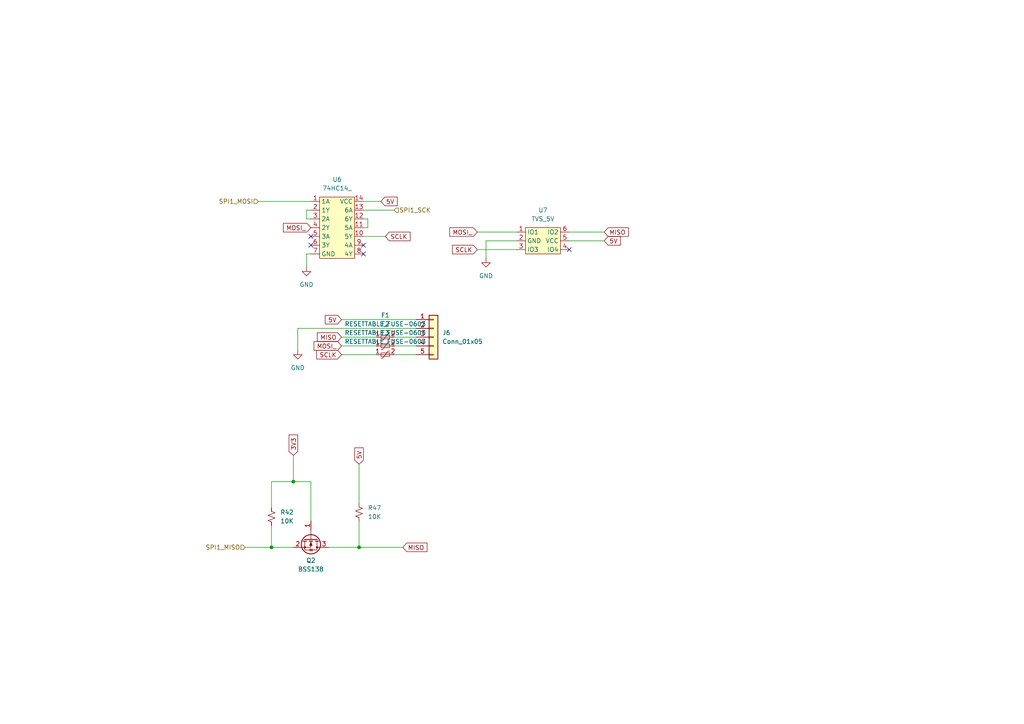
<source format=kicad_sch>
(kicad_sch (version 20250114) (generator "eeschema") (generator_version "9.0")
  (paper "A4")
  (lib_symbols
    (symbol "Connector_Generic:Conn_01x05" (pin_names (offset 1.016) (hide yes))
      (property "Reference" "J" (at 0 7.62 0))
      (property "Value" "Conn_01x05" (at 0 -7.62 0))
      (symbol "Conn_01x05_1_1"
        (rectangle (start -1.27 6.35) (end 1.27 -6.35) (stroke (width 0.254)) (fill (type background)))
        (rectangle (start -1.27 5.207) (end 0 4.953) (stroke (width 0.1524)))
        (rectangle (start -1.27 2.667) (end 0 2.413) (stroke (width 0.1524)))
        (rectangle (start -1.27 0.127) (end 0 -0.127) (stroke (width 0.1524)))
        (rectangle (start -1.27 -2.413) (end 0 -2.667) (stroke (width 0.1524)))
        (rectangle (start -1.27 -4.953) (end 0 -5.207) (stroke (width 0.1524)))
        (pin passive line (at -5.08 5.08 0) (length 3.81) (name "Pin_1") (number "1"))
        (pin passive line (at -5.08 2.54 0) (length 3.81) (name "Pin_2") (number "2"))
        (pin passive line (at -5.08 0 0) (length 3.81) (name "Pin_3") (number "3"))
        (pin passive line (at -5.08 -2.54 0) (length 3.81) (name "Pin_4") (number "4"))
        (pin passive line (at -5.08 -5.08 0) (length 3.81) (name "Pin_5") (number "5"))
      )
    )
    (symbol "Device:R_Small_US" (pin_numbers (hide yes)) (pin_names (offset 0.254) (hide yes))
      (property "Reference" "R" (at 0.762 0.508 0))
      (property "Value" "R_Small_US" (at 0.762 -1.016 0))
      (symbol "R_Small_US_1_1"
        (polyline (pts (xy 0 1.524) (xy 1.016 1.143) (xy 0 0.762) (xy -1.016 0.381) (xy 0 0)))
        (polyline (pts (xy 0 0) (xy 1.016 -0.381) (xy 0 -0.762) (xy -1.016 -1.143) (xy 0 -1.524)))
        (pin passive line (at 0 2.54 270) (length 1.016) (name "~") (number "1"))
        (pin passive line (at 0 -2.54 90) (length 1.016) (name "~") (number "2"))
      )
    )
    (symbol "Transistor_FET:BSS138" (pin_names (offset 0) (hide yes))
      (property "Reference" "Q" (at 5.08 1.905 0))
      (property "Value" "BSS138" (at 5.08 0 0))
      (symbol "BSS138_0_1"
        (polyline (pts (xy 0.254 1.905) (xy 0.254 -1.905)) (stroke (width 0.254)))
        (polyline (pts (xy 0.254 0) (xy -2.54 0)))
        (polyline (pts (xy 0.762 2.286) (xy 0.762 1.27)) (stroke (width 0.254)))
        (polyline (pts (xy 0.762 0.508) (xy 0.762 -0.508)) (stroke (width 0.254)))
        (polyline (pts (xy 0.762 -1.27) (xy 0.762 -2.286)) (stroke (width 0.254)))
        (polyline (pts (xy 0.762 -1.778) (xy 3.302 -1.778) (xy 3.302 1.778) (xy 0.762 1.778)))
        (polyline (pts (xy 1.016 0) (xy 2.032 0.381) (xy 2.032 -0.381) (xy 1.016 0)) (fill (type outline)))
        (circle (center 1.651 0) (radius 2.794) (stroke (width 0.254)))
        (polyline (pts (xy 2.54 2.54) (xy 2.54 1.778)))
        (circle (center 2.54 1.778) (radius 0.254) (fill (type outline)))
        (circle (center 2.54 -1.778) (radius 0.254) (fill (type outline)))
        (polyline (pts (xy 2.54 -2.54) (xy 2.54 0) (xy 0.762 0)))
        (polyline (pts (xy 2.921 0.381) (xy 3.683 0.381)))
        (polyline (pts (xy 3.302 0.381) (xy 2.921 -0.254) (xy 3.683 -0.254) (xy 3.302 0.381)))
      )
      (symbol "BSS138_1_1"
        (pin input line (at -5.08 0 0) (length 2.54) (name "G") (number "1"))
        (pin passive line (at 2.54 5.08 270) (length 2.54) (name "D") (number "3"))
        (pin passive line (at 2.54 -5.08 90) (length 2.54) (name "S") (number "2"))
      )
    )
    (symbol "User_Libraries:74HC14_"
      (property "Reference" "U" (at 0 10.668 0))
      (property "Value" "74HC14_" (at -156.21 -72.39 0))
      (symbol "74HC14__1_1"
        (rectangle (start -5.08 8.89) (end 5.08 -8.89) (fill (type background)))
        (pin input line (at -7.62 7.62 0) (length 2.54) (name "1A") (number "1"))
        (pin input line (at -7.62 5.08 0) (length 2.54) (name "1Y") (number "2"))
        (pin input line (at -7.62 2.54 0) (length 2.54) (name "2A") (number "3"))
        (pin input line (at -7.62 0 0) (length 2.54) (name "2Y") (number "4"))
        (pin input line (at -7.62 -2.54 0) (length 2.54) (name "3A") (number "5"))
        (pin input line (at -7.62 -5.08 0) (length 2.54) (name "3Y") (number "6"))
        (pin input line (at -7.62 -7.62 0) (length 2.54) (name "GND") (number "7"))
        (pin input line (at 7.62 7.62 180) (length 2.54) (name "VCC") (number "14"))
        (pin input line (at 7.62 5.08 180) (length 2.54) (name "6A") (number "13"))
        (pin input line (at 7.62 2.54 180) (length 2.54) (name "6Y") (number "12"))
        (pin input line (at 7.62 0 180) (length 2.54) (name "5A") (number "11"))
        (pin input line (at 7.62 -2.54 180) (length 2.54) (name "5Y") (number "10"))
        (pin input line (at 7.62 -5.08 180) (length 2.54) (name "4A") (number "9"))
        (pin input line (at 7.62 -7.62 180) (length 2.54) (name "4Y") (number "8"))
      )
    )
    (symbol "User_Libraries:RESETTABLE_FUSE"
      (property "Reference" "F" (at 0 2.286 0))
      (property "Value" "RESETTABLE_FUSE-0603" (at 0.254 -2.286 0))
      (symbol "RESETTABLE_FUSE_0_1"
        (polyline (pts (xy -2.54 0) (xy 2.54 0)))
        (rectangle (start -1.27 -0.508) (end 1.27 0.508))
        (polyline (pts (xy -1.27 -1.016) (xy -0.762 -1.016) (xy 0.762 1.016) (xy 1.27 1.016)))
      )
      (symbol "RESETTABLE_FUSE_1_1"
        (pin passive line (at -2.54 0 0) (length 0.635) (name "~") (number "1"))
        (pin passive line (at 2.54 0 180) (length 0.635) (name "~") (number "2"))
      )
    )
    (symbol "User_Libraries:TVS_5V"
      (property "Reference" "U" (at -0.254 5.334 0))
      (property "Value" "TVS_5V" (at 0 -5.334 0))
      (symbol "TVS_5V_1_1"
        (rectangle (start -5.08 3.81) (end 5.08 -3.81) (fill (type background)))
        (pin input line (at -7.62 2.54 0) (length 2.54) (name "IO1") (number "1"))
        (pin input line (at -7.62 0 0) (length 2.54) (name "GND") (number "2"))
        (pin input line (at -7.62 -2.54 0) (length 2.54) (name "IO3") (number "3"))
        (pin input line (at 7.62 2.54 180) (length 2.54) (name "IO2") (number "6"))
        (pin input line (at 7.62 0 180) (length 2.54) (name "VCC") (number "5"))
        (pin input line (at 7.62 -2.54 180) (length 2.54) (name "IO4") (number "4"))
      )
    )
    (symbol "power:GND" (power) (pin_numbers (hide yes)) (pin_names (offset 0) (hide yes))
      (property "Value" "GND" (at 0 -3.81 0))
      (symbol "GND_0_1"
        (polyline (pts (xy 0 0) (xy 0 -1.27) (xy 1.27 -1.27) (xy 0 -2.54) (xy -1.27 -1.27) (xy 0 -1.27)))
      )
      (symbol "GND_1_1"
        (pin power_in line (at 0 0 270) (length 0) (name "~") (number "1"))
      )
    )
  )
  (junction (at 104.14 158.75))
  (junction (at 85.09 139.7))
  (junction (at 78.74 158.75))
  (no_connect (at 90.17 71.12))
  (no_connect (at 105.41 71.12))
  (no_connect (at 165.1 72.39))
  (no_connect (at 90.17 68.58))
  (no_connect (at 105.41 73.66))
  (wire (pts (xy 88.9 73.66) (xy 90.17 73.66)))
  (wire (pts (xy 99.06 102.87) (xy 109.22 102.87)))
  (wire (pts (xy 105.41 60.96) (xy 114.3 60.96)))
  (wire (pts (xy 165.1 67.31) (xy 175.26 67.31)))
  (wire (pts (xy 88.9 63.5) (xy 90.17 63.5)))
  (wire (pts (xy 90.17 139.7) (xy 85.09 139.7)))
  (wire (pts (xy 105.41 66.04) (xy 106.68 66.04)))
  (wire (pts (xy 86.36 95.25) (xy 120.65 95.25)))
  (wire (pts (xy 78.74 158.75) (xy 85.09 158.75)))
  (wire (pts (xy 165.1 69.85) (xy 175.26 69.85)))
  (wire (pts (xy 149.86 69.85) (xy 140.97 69.85)))
  (wire (pts (xy 114.3 97.79) (xy 120.65 97.79)))
  (wire (pts (xy 99.06 97.79) (xy 109.22 97.79)))
  (wire (pts (xy 74.93 58.42) (xy 90.17 58.42)))
  (wire (pts (xy 138.43 72.39) (xy 149.86 72.39)))
  (wire (pts (xy 86.36 95.25) (xy 86.36 101.6)))
  (wire (pts (xy 105.41 63.5) (xy 106.68 63.5)))
  (wire (pts (xy 85.09 139.7) (xy 78.74 139.7)))
  (wire (pts (xy 104.14 134.62) (xy 104.14 146.05)))
  (wire (pts (xy 99.06 92.71) (xy 120.65 92.71)))
  (wire (pts (xy 90.17 60.96) (xy 88.9 60.96)))
  (wire (pts (xy 104.14 158.75) (xy 116.84 158.75)))
  (wire (pts (xy 78.74 152.4) (xy 78.74 158.75)))
  (wire (pts (xy 114.3 102.87) (xy 120.65 102.87)))
  (wire (pts (xy 85.09 132.08) (xy 85.09 139.7)))
  (wire (pts (xy 114.3 100.33) (xy 120.65 100.33)))
  (wire (pts (xy 78.74 139.7) (xy 78.74 147.32)))
  (wire (pts (xy 88.9 77.47) (xy 88.9 73.66)))
  (wire (pts (xy 88.9 60.96) (xy 88.9 63.5)))
  (wire (pts (xy 138.43 67.31) (xy 149.86 67.31)))
  (wire (pts (xy 90.17 151.13) (xy 90.17 139.7)))
  (wire (pts (xy 104.14 151.13) (xy 104.14 158.75)))
  (wire (pts (xy 95.25 158.75) (xy 104.14 158.75)))
  (wire (pts (xy 140.97 69.85) (xy 140.97 74.93)))
  (wire (pts (xy 99.06 100.33) (xy 109.22 100.33)))
  (wire (pts (xy 71.12 158.75) (xy 78.74 158.75)))
  (wire (pts (xy 106.68 63.5) (xy 106.68 66.04)))
  (wire (pts (xy 105.41 58.42) (xy 110.49 58.42)))
  (wire (pts (xy 105.41 68.58) (xy 111.76 68.58)))
  (global_label "SCLK" (shape input) (at 99.06 102.87 180) (property "Intersheetrefs" "${INTERSHEET_REFS}" (effects (hide yes))))
  (global_label "MOSI_" (shape input) (at 99.06 100.33 180) (property "Intersheetrefs" "${INTERSHEET_REFS}" (effects (hide yes))))
  (global_label "MOSI_" (shape input) (at 138.43 67.31 180) (property "Intersheetrefs" "${INTERSHEET_REFS}" (effects (hide yes))))
  (global_label "5V" (shape input) (at 175.26 69.85 0) (property "Intersheetrefs" "${INTERSHEET_REFS}" (effects (hide yes))))
  (global_label "MOSI_" (shape input) (at 90.17 66.04 180) (property "Intersheetrefs" "${INTERSHEET_REFS}" (effects (hide yes))))
  (global_label "SCLK" (shape input) (at 111.76 68.58 0) (property "Intersheetrefs" "${INTERSHEET_REFS}" (effects (hide yes))))
  (global_label "MISO" (shape input) (at 99.06 97.79 180) (property "Intersheetrefs" "${INTERSHEET_REFS}" (effects (hide yes))))
  (global_label "5V" (shape input) (at 99.06 92.71 180) (property "Intersheetrefs" "${INTERSHEET_REFS}" (effects (hide yes))))
  (global_label "3V3" (shape input) (at 85.09 132.08 90) (property "Intersheetrefs" "${INTERSHEET_REFS}" (effects (hide yes))))
  (global_label "MISO" (shape input) (at 175.26 67.31 0) (property "Intersheetrefs" "${INTERSHEET_REFS}" (effects (hide yes))))
  (global_label "MISO" (shape input) (at 116.84 158.75 0) (property "Intersheetrefs" "${INTERSHEET_REFS}" (effects (hide yes))))
  (global_label "SCLK" (shape input) (at 138.43 72.39 180) (property "Intersheetrefs" "${INTERSHEET_REFS}" (effects (hide yes))))
  (global_label "5V" (shape input) (at 110.49 58.42 0) (property "Intersheetrefs" "${INTERSHEET_REFS}" (effects (hide yes))))
  (global_label "5V" (shape input) (at 104.14 134.62 90) (property "Intersheetrefs" "${INTERSHEET_REFS}" (effects (hide yes))))
  (hierarchical_label "SPI1_MISO" (shape input) (at 71.12 158.75 180))
  (hierarchical_label "SPI1_SCK" (shape input) (at 114.3 60.96 0))
  (hierarchical_label "SPI1_MOSI" (shape input) (at 74.93 58.42 180))
  (symbol (lib_id "power:GND") (at 88.9 77.47 0) (unit 1)
    (property "Reference" "#PWR015" (effects (hide yes)))
    (property "Value" "GND" (at 88.9 82.55 0))
    (property "Description" "Power symbol creates a global label with name \"GND\" , ground" (effects (hide yes)))
  )
  (symbol (lib_id "Device:R_Small_US") (at 78.74 149.86 180) (unit 1)
    (property "Reference" "R42" (at 81.28 148.5899 0) (effects (justify right)))
    (property "Value" "10K" (at 81.28 151.1299 0) (effects (justify right)))
    (property "Footprint" "Resistor_SMD:R_0805_2012Metric_Pad1.20x1.40mm_HandSolder" (effects (hide yes)))
    (property "Description" "Resistor, small US symbol" (effects (hide yes)))
  )
  (symbol (lib_id "power:GND") (at 140.97 74.93 0) (unit 1)
    (property "Reference" "#PWR016" (effects (hide yes)))
    (property "Value" "GND" (at 140.97 80.01 0))
    (property "Description" "Power symbol creates a global label with name \"GND\" , ground" (effects (hide yes)))
  )
  (symbol (lib_id "User_Libraries:74HC14_") (at 97.79 66.04 0) (unit 1)
    (property "Reference" "U6" (at 97.79 52.07 0))
    (property "Value" "74HC14_" (at 97.79 54.61 0))
    (property "Footprint" "My_Library:74HC14_" (effects (hide yes)))
  )
  (symbol (lib_id "User_Libraries:RESETTABLE_FUSE") (at 111.76 100.33 0) (unit 1)
    (property "Reference" "F2" (at 111.76 93.98 0))
    (property "Value" "RESETTABLE_FUSE-0603" (at 111.76 96.52 0))
    (property "Footprint" "My_Library:RESETTABLE_FUSE-0603" (effects (hide yes)))
  )
  (symbol (lib_id "User_Libraries:TVS_5V") (at 157.48 69.85 0) (unit 1)
    (property "Reference" "U7" (at 157.48 60.96 0))
    (property "Value" "TVS_5V" (at 157.48 63.5 0))
    (property "Footprint" "My_Library:TVS_5V" (effects (hide yes)))
  )
  (symbol (lib_id "User_Libraries:RESETTABLE_FUSE") (at 111.76 102.87 0) (unit 1)
    (property "Reference" "F3" (at 111.76 96.52 0))
    (property "Value" "RESETTABLE_FUSE-0603" (at 111.76 99.06 0))
    (property "Footprint" "My_Library:RESETTABLE_FUSE-0603" (effects (hide yes)))
  )
  (symbol (lib_id "Transistor_FET:BSS138") (at 90.17 156.21 270) (unit 1)
    (property "Reference" "Q2" (at 90.17 162.56 90))
    (property "Value" "BSS138" (at 90.17 165.1 90))
    (property "Footprint" "Package_TO_SOT_SMD:SOT-23" (effects (hide yes)))
    (property "Datasheet" "https://www.onsemi.com/pub/Collateral/BSS138-D.PDF" (effects (hide yes)))
    (property "Description" "50V Vds, 0.22A Id, N-Channel MOSFET, SOT-23" (effects (hide yes)))
  )
  (symbol (lib_id "Device:R_Small_US") (at 104.14 148.59 180) (unit 1)
    (property "Reference" "R47" (at 106.68 147.3199 0) (effects (justify right)))
    (property "Value" "10K" (at 106.68 149.8599 0) (effects (justify right)))
    (property "Footprint" "Resistor_SMD:R_0805_2012Metric_Pad1.20x1.40mm_HandSolder" (effects (hide yes)))
    (property "Description" "Resistor, small US symbol" (effects (hide yes)))
  )
  (symbol (lib_id "Connector_Generic:Conn_01x05") (at 125.73 97.79 0) (unit 1)
    (property "Reference" "J6" (at 128.27 96.5199 0) (effects (justify left)))
    (property "Value" "Conn_01x05" (at 128.27 99.0599 0) (effects (justify left)))
    (property "Footprint" "Connector_Phoenix_MC_HighVoltage:PhoenixContact_MC_1,5_5-G-5.08_1x05_P5.08mm_Horizontal" (effects (hide yes)))
    (property "Description" "Generic connector, single row, 01x05, script generated (kicad-library-utils/schlib/autogen/connector/)" (effects (hide yes)))
  )
  (symbol (lib_id "User_Libraries:RESETTABLE_FUSE") (at 111.76 97.79 0) (unit 1)
    (property "Reference" "F1" (at 111.76 91.44 0))
    (property "Value" "RESETTABLE_FUSE-0603" (at 111.76 93.98 0))
    (property "Footprint" "My_Library:RESETTABLE_FUSE-0603" (effects (hide yes)))
  )
  (symbol (lib_id "power:GND") (at 86.36 101.6 0) (unit 1)
    (property "Reference" "#PWR017" (effects (hide yes)))
    (property "Value" "GND" (at 86.36 106.68 0))
    (property "Description" "Power symbol creates a global label with name \"GND\" , ground" (effects (hide yes)))
  )
)
</source>
